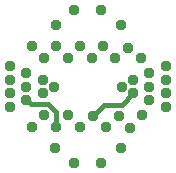
<source format=gbl>
G75*
%MOIN*%
%OFA0B0*%
%FSLAX24Y24*%
%IPPOS*%
%LPD*%
%AMOC8*
5,1,8,0,0,1.08239X$1,22.5*
%
%ADD10OC8,0.0356*%
%ADD11C,0.0160*%
D10*
X011030Y011080D03*
X011067Y011791D03*
X010673Y012185D03*
X010280Y011791D03*
X009530Y012455D03*
X009530Y012905D03*
X009530Y013355D03*
X009530Y013805D03*
X010080Y013580D03*
X010080Y013130D03*
X010080Y012680D03*
X010630Y012905D03*
X010630Y013355D03*
X011010Y013130D03*
X011461Y012185D03*
X011854Y011791D03*
X012287Y012146D03*
X012721Y011791D03*
X013154Y012146D03*
X013547Y011752D03*
X013941Y012185D03*
X014180Y012680D03*
X014180Y013130D03*
X014180Y013580D03*
X013902Y014075D03*
X013469Y014429D03*
X013036Y014075D03*
X012642Y014469D03*
X012248Y014075D03*
X011854Y014469D03*
X011461Y014075D03*
X011067Y014469D03*
X010673Y014075D03*
X010280Y014469D03*
X011080Y015180D03*
X011680Y015680D03*
X012580Y015680D03*
X013230Y015180D03*
X014730Y013805D03*
X014730Y013355D03*
X014730Y012905D03*
X014730Y012455D03*
X013630Y012905D03*
X013630Y013355D03*
X013260Y013130D03*
X013230Y011080D03*
X012580Y010580D03*
X011680Y010580D03*
D11*
X011067Y011791D02*
X011067Y012278D01*
X010805Y012540D01*
X010220Y012540D01*
X010080Y012680D01*
X012287Y012146D02*
X012672Y012530D01*
X013255Y012530D01*
X013630Y012905D01*
M02*

</source>
